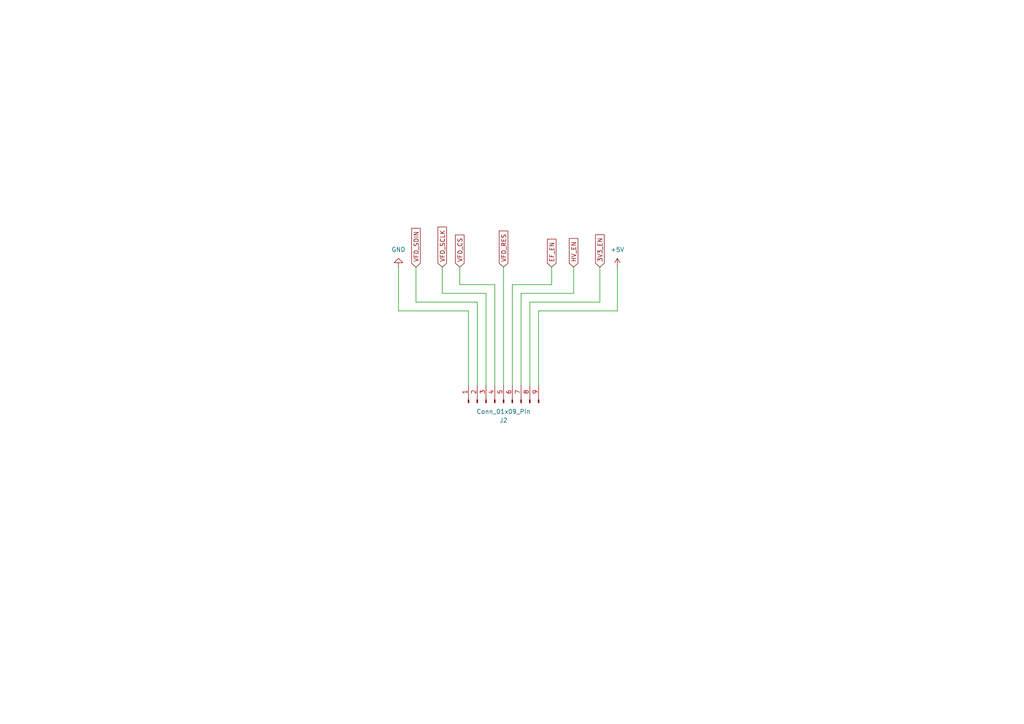
<source format=kicad_sch>
(kicad_sch (version 20230121) (generator eeschema)

  (uuid dfbdc048-f703-462a-b370-403216987604)

  (paper "A4")

  (title_block
    (title "ChronoVolt_Control")
    (date "2023-10-08")
    (rev "0.3")
    (company "Final Resolution")
  )

  (lib_symbols
    (symbol "Connector:Conn_01x09_Pin" (pin_names (offset 1.016) hide) (in_bom yes) (on_board yes)
      (property "Reference" "J" (at 0 12.7 0)
        (effects (font (size 1.27 1.27)))
      )
      (property "Value" "Conn_01x09_Pin" (at 0 -12.7 0)
        (effects (font (size 1.27 1.27)))
      )
      (property "Footprint" "" (at 0 0 0)
        (effects (font (size 1.27 1.27)) hide)
      )
      (property "Datasheet" "~" (at 0 0 0)
        (effects (font (size 1.27 1.27)) hide)
      )
      (property "ki_locked" "" (at 0 0 0)
        (effects (font (size 1.27 1.27)))
      )
      (property "ki_keywords" "connector" (at 0 0 0)
        (effects (font (size 1.27 1.27)) hide)
      )
      (property "ki_description" "Generic connector, single row, 01x09, script generated" (at 0 0 0)
        (effects (font (size 1.27 1.27)) hide)
      )
      (property "ki_fp_filters" "Connector*:*_1x??_*" (at 0 0 0)
        (effects (font (size 1.27 1.27)) hide)
      )
      (symbol "Conn_01x09_Pin_1_1"
        (polyline
          (pts
            (xy 1.27 -10.16)
            (xy 0.8636 -10.16)
          )
          (stroke (width 0.1524) (type default))
          (fill (type none))
        )
        (polyline
          (pts
            (xy 1.27 -7.62)
            (xy 0.8636 -7.62)
          )
          (stroke (width 0.1524) (type default))
          (fill (type none))
        )
        (polyline
          (pts
            (xy 1.27 -5.08)
            (xy 0.8636 -5.08)
          )
          (stroke (width 0.1524) (type default))
          (fill (type none))
        )
        (polyline
          (pts
            (xy 1.27 -2.54)
            (xy 0.8636 -2.54)
          )
          (stroke (width 0.1524) (type default))
          (fill (type none))
        )
        (polyline
          (pts
            (xy 1.27 0)
            (xy 0.8636 0)
          )
          (stroke (width 0.1524) (type default))
          (fill (type none))
        )
        (polyline
          (pts
            (xy 1.27 2.54)
            (xy 0.8636 2.54)
          )
          (stroke (width 0.1524) (type default))
          (fill (type none))
        )
        (polyline
          (pts
            (xy 1.27 5.08)
            (xy 0.8636 5.08)
          )
          (stroke (width 0.1524) (type default))
          (fill (type none))
        )
        (polyline
          (pts
            (xy 1.27 7.62)
            (xy 0.8636 7.62)
          )
          (stroke (width 0.1524) (type default))
          (fill (type none))
        )
        (polyline
          (pts
            (xy 1.27 10.16)
            (xy 0.8636 10.16)
          )
          (stroke (width 0.1524) (type default))
          (fill (type none))
        )
        (rectangle (start 0.8636 -10.033) (end 0 -10.287)
          (stroke (width 0.1524) (type default))
          (fill (type outline))
        )
        (rectangle (start 0.8636 -7.493) (end 0 -7.747)
          (stroke (width 0.1524) (type default))
          (fill (type outline))
        )
        (rectangle (start 0.8636 -4.953) (end 0 -5.207)
          (stroke (width 0.1524) (type default))
          (fill (type outline))
        )
        (rectangle (start 0.8636 -2.413) (end 0 -2.667)
          (stroke (width 0.1524) (type default))
          (fill (type outline))
        )
        (rectangle (start 0.8636 0.127) (end 0 -0.127)
          (stroke (width 0.1524) (type default))
          (fill (type outline))
        )
        (rectangle (start 0.8636 2.667) (end 0 2.413)
          (stroke (width 0.1524) (type default))
          (fill (type outline))
        )
        (rectangle (start 0.8636 5.207) (end 0 4.953)
          (stroke (width 0.1524) (type default))
          (fill (type outline))
        )
        (rectangle (start 0.8636 7.747) (end 0 7.493)
          (stroke (width 0.1524) (type default))
          (fill (type outline))
        )
        (rectangle (start 0.8636 10.287) (end 0 10.033)
          (stroke (width 0.1524) (type default))
          (fill (type outline))
        )
        (pin passive line (at 5.08 10.16 180) (length 3.81)
          (name "Pin_1" (effects (font (size 1.27 1.27))))
          (number "1" (effects (font (size 1.27 1.27))))
        )
        (pin passive line (at 5.08 7.62 180) (length 3.81)
          (name "Pin_2" (effects (font (size 1.27 1.27))))
          (number "2" (effects (font (size 1.27 1.27))))
        )
        (pin passive line (at 5.08 5.08 180) (length 3.81)
          (name "Pin_3" (effects (font (size 1.27 1.27))))
          (number "3" (effects (font (size 1.27 1.27))))
        )
        (pin passive line (at 5.08 2.54 180) (length 3.81)
          (name "Pin_4" (effects (font (size 1.27 1.27))))
          (number "4" (effects (font (size 1.27 1.27))))
        )
        (pin passive line (at 5.08 0 180) (length 3.81)
          (name "Pin_5" (effects (font (size 1.27 1.27))))
          (number "5" (effects (font (size 1.27 1.27))))
        )
        (pin passive line (at 5.08 -2.54 180) (length 3.81)
          (name "Pin_6" (effects (font (size 1.27 1.27))))
          (number "6" (effects (font (size 1.27 1.27))))
        )
        (pin passive line (at 5.08 -5.08 180) (length 3.81)
          (name "Pin_7" (effects (font (size 1.27 1.27))))
          (number "7" (effects (font (size 1.27 1.27))))
        )
        (pin passive line (at 5.08 -7.62 180) (length 3.81)
          (name "Pin_8" (effects (font (size 1.27 1.27))))
          (number "8" (effects (font (size 1.27 1.27))))
        )
        (pin passive line (at 5.08 -10.16 180) (length 3.81)
          (name "Pin_9" (effects (font (size 1.27 1.27))))
          (number "9" (effects (font (size 1.27 1.27))))
        )
      )
    )
    (symbol "power:+5V" (power) (pin_names (offset 0)) (in_bom yes) (on_board yes)
      (property "Reference" "#PWR" (at 0 -3.81 0)
        (effects (font (size 1.27 1.27)) hide)
      )
      (property "Value" "+5V" (at 0 3.556 0)
        (effects (font (size 1.27 1.27)))
      )
      (property "Footprint" "" (at 0 0 0)
        (effects (font (size 1.27 1.27)) hide)
      )
      (property "Datasheet" "" (at 0 0 0)
        (effects (font (size 1.27 1.27)) hide)
      )
      (property "ki_keywords" "global power" (at 0 0 0)
        (effects (font (size 1.27 1.27)) hide)
      )
      (property "ki_description" "Power symbol creates a global label with name \"+5V\"" (at 0 0 0)
        (effects (font (size 1.27 1.27)) hide)
      )
      (symbol "+5V_0_1"
        (polyline
          (pts
            (xy -0.762 1.27)
            (xy 0 2.54)
          )
          (stroke (width 0) (type default))
          (fill (type none))
        )
        (polyline
          (pts
            (xy 0 0)
            (xy 0 2.54)
          )
          (stroke (width 0) (type default))
          (fill (type none))
        )
        (polyline
          (pts
            (xy 0 2.54)
            (xy 0.762 1.27)
          )
          (stroke (width 0) (type default))
          (fill (type none))
        )
      )
      (symbol "+5V_1_1"
        (pin power_in line (at 0 0 90) (length 0) hide
          (name "+5V" (effects (font (size 1.27 1.27))))
          (number "1" (effects (font (size 1.27 1.27))))
        )
      )
    )
    (symbol "power:GND" (power) (pin_names (offset 0)) (in_bom yes) (on_board yes)
      (property "Reference" "#PWR" (at 0 -6.35 0)
        (effects (font (size 1.27 1.27)) hide)
      )
      (property "Value" "GND" (at 0 -3.81 0)
        (effects (font (size 1.27 1.27)))
      )
      (property "Footprint" "" (at 0 0 0)
        (effects (font (size 1.27 1.27)) hide)
      )
      (property "Datasheet" "" (at 0 0 0)
        (effects (font (size 1.27 1.27)) hide)
      )
      (property "ki_keywords" "global power" (at 0 0 0)
        (effects (font (size 1.27 1.27)) hide)
      )
      (property "ki_description" "Power symbol creates a global label with name \"GND\" , ground" (at 0 0 0)
        (effects (font (size 1.27 1.27)) hide)
      )
      (symbol "GND_0_1"
        (polyline
          (pts
            (xy 0 0)
            (xy 0 -1.27)
            (xy 1.27 -1.27)
            (xy 0 -2.54)
            (xy -1.27 -1.27)
            (xy 0 -1.27)
          )
          (stroke (width 0) (type default))
          (fill (type none))
        )
      )
      (symbol "GND_1_1"
        (pin power_in line (at 0 0 270) (length 0) hide
          (name "GND" (effects (font (size 1.27 1.27))))
          (number "1" (effects (font (size 1.27 1.27))))
        )
      )
    )
  )


  (wire (pts (xy 156.21 111.76) (xy 156.21 90.17))
    (stroke (width 0) (type default))
    (uuid 036c976e-f2ec-452f-8029-dd7e3b620833)
  )
  (wire (pts (xy 179.07 90.17) (xy 179.07 77.47))
    (stroke (width 0) (type default))
    (uuid 039439cc-306a-4959-884f-0b3334a8db4d)
  )
  (wire (pts (xy 138.43 111.76) (xy 138.43 87.63))
    (stroke (width 0) (type default))
    (uuid 1833fa7f-8625-4ccd-b79d-c08bfe3fba1c)
  )
  (wire (pts (xy 128.27 85.09) (xy 128.27 77.47))
    (stroke (width 0) (type default))
    (uuid 207467e3-e241-496c-a79e-c430f255eb86)
  )
  (wire (pts (xy 138.43 87.63) (xy 120.65 87.63))
    (stroke (width 0) (type default))
    (uuid 249bd0c9-00c6-4291-964d-bb819dd653b3)
  )
  (wire (pts (xy 120.65 87.63) (xy 120.65 77.47))
    (stroke (width 0) (type default))
    (uuid 2692983e-7540-4e7c-b531-5f38d39fadcd)
  )
  (wire (pts (xy 153.67 111.76) (xy 153.67 87.63))
    (stroke (width 0) (type default))
    (uuid 29ee1cea-3f46-4bf4-a074-ecb85ce13456)
  )
  (wire (pts (xy 143.51 111.76) (xy 143.51 82.55))
    (stroke (width 0) (type default))
    (uuid 35fe91d2-513a-4f4c-9116-b2ae9ac5d308)
  )
  (wire (pts (xy 166.37 85.09) (xy 166.37 77.47))
    (stroke (width 0) (type default))
    (uuid 505cd692-7303-4b72-b90b-d94c93356037)
  )
  (wire (pts (xy 133.35 82.55) (xy 133.35 77.47))
    (stroke (width 0) (type default))
    (uuid 639452ca-877a-4606-87cd-5c75d29215e8)
  )
  (wire (pts (xy 115.57 90.17) (xy 135.89 90.17))
    (stroke (width 0) (type default))
    (uuid 647d61e2-6ba5-4f10-9384-c10fb505ca0d)
  )
  (wire (pts (xy 115.57 77.47) (xy 115.57 90.17))
    (stroke (width 0) (type default))
    (uuid 6d63cbc0-bc71-4916-8300-a36456eb4edc)
  )
  (wire (pts (xy 156.21 90.17) (xy 179.07 90.17))
    (stroke (width 0) (type default))
    (uuid 8a1804e9-928f-4691-8741-c2b47695ad72)
  )
  (wire (pts (xy 140.97 85.09) (xy 128.27 85.09))
    (stroke (width 0) (type default))
    (uuid 8c786576-4253-426c-9aae-59a4bd076495)
  )
  (wire (pts (xy 135.89 90.17) (xy 135.89 111.76))
    (stroke (width 0) (type default))
    (uuid 914f080c-aaf1-4d2d-9451-e9d31891bd3b)
  )
  (wire (pts (xy 173.99 87.63) (xy 173.99 77.47))
    (stroke (width 0) (type default))
    (uuid 953685ce-fd72-437b-9b8e-52965838cf10)
  )
  (wire (pts (xy 148.59 111.76) (xy 148.59 82.55))
    (stroke (width 0) (type default))
    (uuid 9e45934c-fe9c-4ab5-ba29-eddf475198f1)
  )
  (wire (pts (xy 151.13 85.09) (xy 166.37 85.09))
    (stroke (width 0) (type default))
    (uuid a3ce6eff-8f8b-4be4-9de2-15f5f121ae83)
  )
  (wire (pts (xy 151.13 111.76) (xy 151.13 85.09))
    (stroke (width 0) (type default))
    (uuid b14a38d8-7f60-47e6-b810-77f9f3377169)
  )
  (wire (pts (xy 146.05 111.76) (xy 146.05 77.47))
    (stroke (width 0) (type default))
    (uuid ba05227b-713e-4fdd-a67d-8ae0594faafd)
  )
  (wire (pts (xy 160.02 82.55) (xy 160.02 77.47))
    (stroke (width 0) (type default))
    (uuid c25029c2-1b1c-4f4b-b6a3-e31bffd006f8)
  )
  (wire (pts (xy 148.59 82.55) (xy 160.02 82.55))
    (stroke (width 0) (type default))
    (uuid caa7eba3-ae41-41f6-892f-5addb8d71a9a)
  )
  (wire (pts (xy 140.97 111.76) (xy 140.97 85.09))
    (stroke (width 0) (type default))
    (uuid d18c97ce-877a-4bf0-9d67-6139c9964805)
  )
  (wire (pts (xy 153.67 87.63) (xy 173.99 87.63))
    (stroke (width 0) (type default))
    (uuid da7de95c-6a15-4f9a-887b-5aecede585b1)
  )
  (wire (pts (xy 143.51 82.55) (xy 133.35 82.55))
    (stroke (width 0) (type default))
    (uuid f87287c6-4009-4dcd-b5ea-8b85a84a69ac)
  )

  (global_label "VFD_SCLK" (shape input) (at 128.27 77.47 90) (fields_autoplaced)
    (effects (font (size 1.27 1.27)) (justify left))
    (uuid 1cf19c6d-0411-4490-a88c-3c0186f7c189)
    (property "Intersheetrefs" "${INTERSHEET_REFS}" (at 128.27 65.3718 90)
      (effects (font (size 1.27 1.27)) (justify left))
    )
  )
  (global_label "VFD_RES" (shape input) (at 146.05 77.47 90) (fields_autoplaced)
    (effects (font (size 1.27 1.27)) (justify left))
    (uuid 1db3e200-09de-458f-965f-cce2cd636c1e)
    (property "Intersheetrefs" "${INTERSHEET_REFS}" (at 146.05 66.5209 90)
      (effects (font (size 1.27 1.27)) (justify left))
    )
  )
  (global_label "3V3_EN" (shape input) (at 173.99 77.47 90) (fields_autoplaced)
    (effects (font (size 1.27 1.27)) (justify left))
    (uuid 3c7f8eb3-b764-4793-a84f-c0fc4f195ca6)
    (property "Intersheetrefs" "${INTERSHEET_REFS}" (at 173.99 67.6095 90)
      (effects (font (size 1.27 1.27)) (justify left))
    )
  )
  (global_label "HV_EN" (shape input) (at 166.37 77.47 90) (fields_autoplaced)
    (effects (font (size 1.27 1.27)) (justify left))
    (uuid 5d13a442-9d9d-41ad-a4a3-7dadf0e501b0)
    (property "Intersheetrefs" "${INTERSHEET_REFS}" (at 166.37 68.698 90)
      (effects (font (size 1.27 1.27)) (justify left))
    )
  )
  (global_label "EF_EN" (shape input) (at 160.02 77.47 90) (fields_autoplaced)
    (effects (font (size 1.27 1.27)) (justify left))
    (uuid 93a8ea99-a9a5-4d65-ae2a-2b54e07fc7e7)
    (property "Intersheetrefs" "${INTERSHEET_REFS}" (at 160.02 68.8795 90)
      (effects (font (size 1.27 1.27)) (justify left))
    )
  )
  (global_label "VFD_SDIN" (shape input) (at 120.65 77.47 90) (fields_autoplaced)
    (effects (font (size 1.27 1.27)) (justify left))
    (uuid a43da396-b1bd-4597-8106-4eb12a5ea021)
    (property "Intersheetrefs" "${INTERSHEET_REFS}" (at 120.65 65.7346 90)
      (effects (font (size 1.27 1.27)) (justify left))
    )
  )
  (global_label "VFD_CS" (shape input) (at 133.35 77.47 90) (fields_autoplaced)
    (effects (font (size 1.27 1.27)) (justify left))
    (uuid f5a84e16-fb34-490d-ba65-078375f3a278)
    (property "Intersheetrefs" "${INTERSHEET_REFS}" (at 133.35 67.6699 90)
      (effects (font (size 1.27 1.27)) (justify left))
    )
  )

  (symbol (lib_id "power:GND") (at 115.57 77.47 180) (unit 1)
    (in_bom yes) (on_board yes) (dnp no) (fields_autoplaced)
    (uuid 3dcc48ff-2761-45f9-b497-5cf514553e85)
    (property "Reference" "#PWR074" (at 115.57 71.12 0)
      (effects (font (size 1.27 1.27)) hide)
    )
    (property "Value" "GND" (at 115.57 72.39 0)
      (effects (font (size 1.27 1.27)))
    )
    (property "Footprint" "" (at 115.57 77.47 0)
      (effects (font (size 1.27 1.27)) hide)
    )
    (property "Datasheet" "" (at 115.57 77.47 0)
      (effects (font (size 1.27 1.27)) hide)
    )
    (pin "1" (uuid 678d69cb-3379-4cb7-8ffa-cda48f959ea3))
    (instances
      (project "ChronoVolt_Control"
        (path "/cceb3d39-99f1-4cc7-aa1d-f414cbebc8ea/defdb9b9-2fd5-4b10-9f5b-da5bb2e4a6b5"
          (reference "#PWR074") (unit 1)
        )
      )
    )
  )

  (symbol (lib_id "power:+5V") (at 179.07 77.47 0) (unit 1)
    (in_bom yes) (on_board yes) (dnp no) (fields_autoplaced)
    (uuid 6fecdff4-8995-447e-8369-b9aa45ece810)
    (property "Reference" "#PWR076" (at 179.07 81.28 0)
      (effects (font (size 1.27 1.27)) hide)
    )
    (property "Value" "+5V" (at 179.07 72.39 0)
      (effects (font (size 1.27 1.27)))
    )
    (property "Footprint" "" (at 179.07 77.47 0)
      (effects (font (size 1.27 1.27)) hide)
    )
    (property "Datasheet" "" (at 179.07 77.47 0)
      (effects (font (size 1.27 1.27)) hide)
    )
    (pin "1" (uuid bfedee93-fcb1-41d3-b61e-1c95f3fd785c))
    (instances
      (project "ChronoVolt_Control"
        (path "/cceb3d39-99f1-4cc7-aa1d-f414cbebc8ea/defdb9b9-2fd5-4b10-9f5b-da5bb2e4a6b5"
          (reference "#PWR076") (unit 1)
        )
      )
    )
  )

  (symbol (lib_id "Connector:Conn_01x09_Pin") (at 146.05 116.84 90) (unit 1)
    (in_bom yes) (on_board yes) (dnp no) (fields_autoplaced)
    (uuid f352967f-a7fa-4781-a556-fd6b8b0e4c2e)
    (property "Reference" "J2" (at 146.05 121.92 90)
      (effects (font (size 1.27 1.27)))
    )
    (property "Value" "Conn_01x09_Pin" (at 146.05 119.38 90)
      (effects (font (size 1.27 1.27)))
    )
    (property "Footprint" "ChronoVolt_Lib:Con_Pin_1x09_3mm" (at 146.05 116.84 0)
      (effects (font (size 1.27 1.27)) hide)
    )
    (property "Datasheet" "~" (at 146.05 116.84 0)
      (effects (font (size 1.27 1.27)) hide)
    )
    (pin "1" (uuid 91703774-20d3-4969-8e11-36195e8ffa08))
    (pin "2" (uuid d5f6fc06-066d-496d-aed2-33eb0c8ad733))
    (pin "3" (uuid 883cfa8e-2f92-45f2-88bd-e275a4f81b2c))
    (pin "4" (uuid 7af4a520-b3ea-4fb8-98c2-c5f924b2d03c))
    (pin "5" (uuid 0f0224e4-5dcc-4015-8c55-f147347f2c66))
    (pin "6" (uuid 79b7a47c-7221-49b4-b7c8-3c70a8d353b4))
    (pin "7" (uuid 793f32a2-0d27-4aaa-915a-ea7fd18deaa8))
    (pin "8" (uuid 3bc2e712-e23a-4ee9-b24b-7481ef3e765e))
    (pin "9" (uuid f52edcaa-52e3-42dc-b437-8e3b5f408838))
    (instances
      (project "ChronoVolt_Control"
        (path "/cceb3d39-99f1-4cc7-aa1d-f414cbebc8ea/defdb9b9-2fd5-4b10-9f5b-da5bb2e4a6b5"
          (reference "J2") (unit 1)
        )
      )
    )
  )
)

</source>
